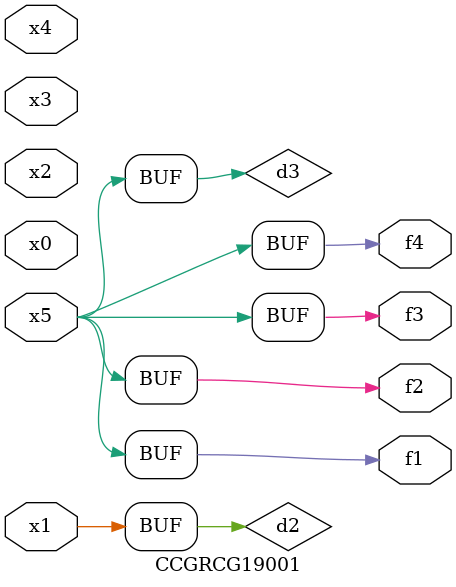
<source format=v>
module CCGRCG19001(
	input x0, x1, x2, x3, x4, x5,
	output f1, f2, f3, f4
);

	wire d1, d2, d3;

	not (d1, x5);
	or (d2, x1);
	xnor (d3, d1);
	assign f1 = d3;
	assign f2 = d3;
	assign f3 = d3;
	assign f4 = d3;
endmodule

</source>
